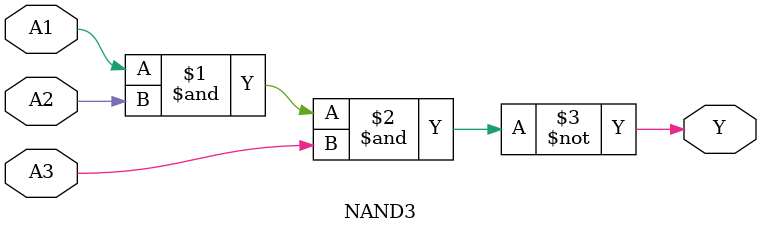
<source format=v>
module NAND3(
    output Y,
    input A1,
    input A2,
    input A3
);
    assign Y = ~(A1 & A2 & A3);
endmodule
</source>
